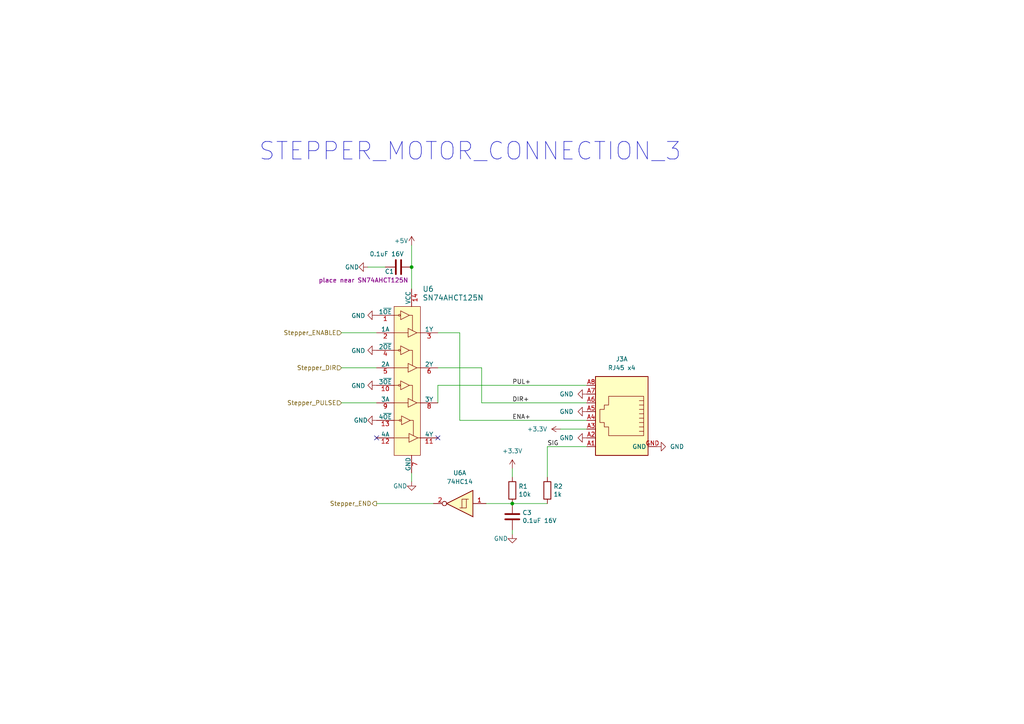
<source format=kicad_sch>
(kicad_sch (version 20230121) (generator eeschema)
  (paper "A4")
  (lib_symbols
    (symbol "74xx:74HC14" (pin_names (offset 1.016))
      (property "Reference" "U" (at 0 1.27 0))
      (property "Value" "74HC14" (at 0 -1.27 0))
      (symbol "74HC14_1_0"
        (polyline (pts (xy -3.81 3.81) (xy -3.81 -3.81) (xy 3.81 0) (xy -3.81 3.81)) (stroke (width 0.254)) (fill (type background)))
        (pin input line (at -7.62 0 0) (length 3.81) (name "~") (number "1"))
        (pin output inverted (at 7.62 0 180) (length 3.81) (name "~") (number "2"))
      )
      (symbol "74HC14_1_1"
        (polyline (pts (xy -1.905 -1.27) (xy -1.905 1.27) (xy -0.635 1.27)))
        (polyline (pts (xy -2.54 -1.27) (xy -0.635 -1.27) (xy -0.635 1.27) (xy 0 1.27)))
      )
      (symbol "74HC14_2_0"
        (polyline (pts (xy -3.81 3.81) (xy -3.81 -3.81) (xy 3.81 0) (xy -3.81 3.81)) (stroke (width 0.254)) (fill (type background)))
        (pin input line (at -7.62 0 0) (length 3.81) (name "~") (number "3"))
        (pin output inverted (at 7.62 0 180) (length 3.81) (name "~") (number "4"))
      )
      (symbol "74HC14_2_1"
        (polyline (pts (xy -1.905 -1.27) (xy -1.905 1.27) (xy -0.635 1.27)))
        (polyline (pts (xy -2.54 -1.27) (xy -0.635 -1.27) (xy -0.635 1.27) (xy 0 1.27)))
      )
      (symbol "74HC14_3_0"
        (polyline (pts (xy -3.81 3.81) (xy -3.81 -3.81) (xy 3.81 0) (xy -3.81 3.81)) (stroke (width 0.254)) (fill (type background)))
        (pin input line (at -7.62 0 0) (length 3.81) (name "~") (number "5"))
        (pin output inverted (at 7.62 0 180) (length 3.81) (name "~") (number "6"))
      )
      (symbol "74HC14_3_1"
        (polyline (pts (xy -1.905 -1.27) (xy -1.905 1.27) (xy -0.635 1.27)))
        (polyline (pts (xy -2.54 -1.27) (xy -0.635 -1.27) (xy -0.635 1.27) (xy 0 1.27)))
      )
      (symbol "74HC14_4_0"
        (polyline (pts (xy -3.81 3.81) (xy -3.81 -3.81) (xy 3.81 0) (xy -3.81 3.81)) (stroke (width 0.254)) (fill (type background)))
        (pin output inverted (at 7.62 0 180) (length 3.81) (name "~") (number "8"))
        (pin input line (at -7.62 0 0) (length 3.81) (name "~") (number "9"))
      )
      (symbol "74HC14_4_1"
        (polyline (pts (xy -1.905 -1.27) (xy -1.905 1.27) (xy -0.635 1.27)))
        (polyline (pts (xy -2.54 -1.27) (xy -0.635 -1.27) (xy -0.635 1.27) (xy 0 1.27)))
      )
      (symbol "74HC14_5_0"
        (polyline (pts (xy -3.81 3.81) (xy -3.81 -3.81) (xy 3.81 0) (xy -3.81 3.81)) (stroke (width 0.254)) (fill (type background)))
        (pin output inverted (at 7.62 0 180) (length 3.81) (name "~") (number "10"))
        (pin input line (at -7.62 0 0) (length 3.81) (name "~") (number "11"))
      )
      (symbol "74HC14_5_1"
        (polyline (pts (xy -1.905 -1.27) (xy -1.905 1.27) (xy -0.635 1.27)))
        (polyline (pts (xy -2.54 -1.27) (xy -0.635 -1.27) (xy -0.635 1.27) (xy 0 1.27)))
      )
      (symbol "74HC14_6_0"
        (polyline (pts (xy -3.81 3.81) (xy -3.81 -3.81) (xy 3.81 0) (xy -3.81 3.81)) (stroke (width 0.254)) (fill (type background)))
        (pin output inverted (at 7.62 0 180) (length 3.81) (name "~") (number "12"))
        (pin input line (at -7.62 0 0) (length 3.81) (name "~") (number "13"))
      )
      (symbol "74HC14_6_1"
        (polyline (pts (xy -1.905 -1.27) (xy -1.905 1.27) (xy -0.635 1.27)))
        (polyline (pts (xy -2.54 -1.27) (xy -0.635 -1.27) (xy -0.635 1.27) (xy 0 1.27)))
      )
      (symbol "74HC14_7_0"
        (pin power_in line (at 0 12.7 270) (length 5.08) (name "VCC") (number "14"))
        (pin power_in line (at 0 -12.7 90) (length 5.08) (name "GND") (number "7"))
      )
      (symbol "74HC14_7_1"
        (rectangle (start -5.08 7.62) (end 5.08 -7.62) (stroke (width 0.254)) (fill (type background)))
      )
    )
    (symbol "Device:C" (pin_numbers hide) (pin_names (offset 0.254))
      (property "Reference" "C" (at 0.635 2.54 0))
      (property "Value" "C" (at 0.635 -2.54 0))
      (symbol "C_0_1"
        (polyline (pts (xy -2.032 -0.762) (xy 2.032 -0.762)) (stroke (width 0.508)))
        (polyline (pts (xy -2.032 0.762) (xy 2.032 0.762)) (stroke (width 0.508)))
      )
      (symbol "C_1_1"
        (pin passive line (at 0 3.81 270) (length 2.794) (name "~") (number "1"))
        (pin passive line (at 0 -3.81 90) (length 2.794) (name "~") (number "2"))
      )
    )
    (symbol "Device:R" (pin_numbers hide) (pin_names (offset 0))
      (property "Reference" "R" (at 2.032 0 90))
      (property "Value" "R" (at 0 0 90))
      (symbol "R_0_1"
        (rectangle (start -1.016 -2.54) (end 1.016 2.54) (stroke (width 0.254)))
      )
      (symbol "R_1_1"
        (pin passive line (at 0 3.81 270) (length 1.27) (name "~") (number "1"))
        (pin passive line (at 0 -3.81 90) (length 1.27) (name "~") (number "2"))
      )
    )
    (symbol "clockdiv:RJ45_x4"
      (property "Reference" "J1" (at -16.51 1.27 0))
      (property "Value" "RJ45 x4" (at -16.51 -1.27 0))
      (symbol "RJ45_x4_0_1"
        (polyline (pts (xy -12.7 3.175) (xy -13.97 3.175)))
        (polyline (pts (xy -12.7 4.445) (xy -13.97 4.445)))
        (polyline (pts (xy -13.97 -4.445) (xy -12.7 -4.445) (xy -12.7 -4.445)))
        (polyline (pts (xy -13.97 -3.175) (xy -12.7 -3.175) (xy -12.7 -3.175)))
        (polyline (pts (xy -13.97 -1.905) (xy -12.7 -1.905) (xy -12.7 -1.905)))
        (polyline (pts (xy -13.97 -0.635) (xy -12.7 -0.635) (xy -12.7 -0.635)))
        (polyline (pts (xy -13.97 0.635) (xy -12.7 0.635) (xy -12.7 0.635)))
        (polyline (pts (xy -12.7 1.905) (xy -13.97 1.905) (xy -13.97 1.905)))
        (polyline (pts (xy -13.97 -5.715) (xy -13.97 5.715) (xy -3.81 5.715) (xy -3.81 3.175) (xy -2.54 3.175) (xy -2.54 1.905) (xy -1.27 1.905) (xy -1.27 -1.905) (xy -2.54 -1.905) (xy -2.54 -3.175) (xy -3.81 -3.175) (xy -3.81 -5.715) (xy -13.97 -5.715) (xy -13.97 -5.715)))
        (rectangle (start 0 11.43) (end -15.24 -11.43) (stroke (width 0.254)) (fill (type background)))
      )
      (symbol "RJ45_x4_1_1"
        (pin passive line (at 2.54 -8.89 180) (length 2.54) (name "~") (number "A1"))
        (pin passive line (at 2.54 -6.35 180) (length 2.54) (name "~") (number "A2"))
        (pin passive line (at 2.54 -3.81 180) (length 2.54) (name "~") (number "A3"))
        (pin passive line (at 2.54 -1.27 180) (length 2.54) (name "~") (number "A4"))
        (pin passive line (at 2.54 1.27 180) (length 2.54) (name "~") (number "A5"))
        (pin passive line (at 2.54 3.81 180) (length 2.54) (name "~") (number "A6"))
        (pin passive line (at 2.54 6.35 180) (length 2.54) (name "~") (number "A7"))
        (pin passive line (at 2.54 8.89 180) (length 2.54) (name "~") (number "A8"))
        (pin input line (at -17.78 -8.89 0) (length 2.54) (name "GND") (number "GND"))
      )
      (symbol "RJ45_x4_2_1"
        (pin passive line (at 2.54 -8.89 180) (length 2.54) (name "~") (number "B1"))
        (pin passive line (at 2.54 -6.35 180) (length 2.54) (name "~") (number "B2"))
        (pin passive line (at 2.54 -3.81 180) (length 2.54) (name "~") (number "B3"))
        (pin passive line (at 2.54 -1.27 180) (length 2.54) (name "~") (number "B4"))
        (pin passive line (at 2.54 1.27 180) (length 2.54) (name "~") (number "B5"))
        (pin passive line (at 2.54 3.81 180) (length 2.54) (name "~") (number "B6"))
        (pin passive line (at 2.54 6.35 180) (length 2.54) (name "~") (number "B7"))
        (pin passive line (at 2.54 8.89 180) (length 2.54) (name "~") (number "B8"))
      )
      (symbol "RJ45_x4_3_1"
        (pin passive line (at 2.54 -8.89 180) (length 2.54) (name "~") (number "C1"))
        (pin passive line (at 2.54 -6.35 180) (length 2.54) (name "~") (number "C2"))
        (pin passive line (at 2.54 -3.81 180) (length 2.54) (name "~") (number "C3"))
        (pin passive line (at 2.54 -1.27 180) (length 2.54) (name "~") (number "C4"))
        (pin passive line (at 2.54 1.27 180) (length 2.54) (name "~") (number "C5"))
        (pin passive line (at 2.54 3.81 180) (length 2.54) (name "~") (number "C6"))
        (pin passive line (at 2.54 6.35 180) (length 2.54) (name "~") (number "C7"))
        (pin passive line (at 2.54 8.89 180) (length 2.54) (name "~") (number "C8"))
      )
      (symbol "RJ45_x4_4_1"
        (pin passive line (at 2.54 -8.89 180) (length 2.54) (name "~") (number "D1"))
        (pin passive line (at 2.54 -6.35 180) (length 2.54) (name "~") (number "D2"))
        (pin passive line (at 2.54 -3.81 180) (length 2.54) (name "~") (number "D3"))
        (pin passive line (at 2.54 -1.27 180) (length 2.54) (name "~") (number "D4"))
        (pin passive line (at 2.54 1.27 180) (length 2.54) (name "~") (number "D5"))
        (pin passive line (at 2.54 3.81 180) (length 2.54) (name "~") (number "D6"))
        (pin passive line (at 2.54 6.35 180) (length 2.54) (name "~") (number "D7"))
        (pin passive line (at 2.54 8.89 180) (length 2.54) (name "~") (number "D8"))
      )
    )
    (symbol "dk_Logic-Buffers-Drivers-Receivers-Transceivers:SN74AHCT125N" (pin_names (offset 0))
      (property "Reference" "U" (at -2.54 13.97 0))
      (property "Value" "SN74AHCT125N" (at 1.905 -31.75 0))
      (symbol "SN74AHCT125N_0_1"
        (rectangle (start -5.08 12.7) (end 2.54 -30.48) (fill (type background)))
        (circle (center -3.556 -10.16) (radius 0.254))
        (circle (center -3.556 0) (radius 0.254))
        (circle (center -3.556 10.16) (radius 0.254))
        (circle (center -3.302 -20.32) (radius 0.254))
        (polyline (pts (xy -3.81 -10.16) (xy -5.207 -10.16)))
        (polyline (pts (xy -3.81 0) (xy -5.207 0)))
        (polyline (pts (xy -3.81 10.16) (xy -5.207 10.16)))
        (polyline (pts (xy -3.556 -20.32) (xy -4.953 -20.32)))
        (polyline (pts (xy -1.016 -15.24) (xy -5.08 -15.24)))
        (polyline (pts (xy -1.016 -5.08) (xy -5.08 -5.08)))
        (polyline (pts (xy -1.016 5.08) (xy -5.08 5.08)))
        (polyline (pts (xy -0.762 -25.4) (xy -4.826 -25.4)))
        (polyline (pts (xy 1.397 -15.24) (xy 2.413 -15.24)))
        (polyline (pts (xy 1.397 -5.08) (xy 2.413 -5.08)))
        (polyline (pts (xy 1.397 5.08) (xy 2.413 5.08)))
        (polyline (pts (xy 1.651 -25.4) (xy 2.667 -25.4)))
        (polyline (pts (xy 0.254 -14.605) (xy 0.254 -10.16) (xy -0.635 -10.16)))
        (polyline (pts (xy 0.254 -4.445) (xy 0.254 0) (xy -0.635 0)))
        (polyline (pts (xy 0.254 5.715) (xy 0.254 10.16) (xy -0.635 10.16)))
        (polyline (pts (xy 0.508 -24.765) (xy 0.508 -20.32) (xy -0.381 -20.32)))
        (polyline (pts (xy -3.175 -8.89) (xy -3.175 -10.16) (xy -3.175 -11.43) (xy -0.635 -10.16) (xy -3.175 -8.89)))
        (polyline (pts (xy -3.175 1.27) (xy -3.175 0) (xy -3.175 -1.27) (xy -0.635 0) (xy -3.175 1.27)))
        (polyline (pts (xy -3.175 11.43) (xy -3.175 10.16) (xy -3.175 8.89) (xy -0.635 10.16) (xy -3.175 11.43)))
        (polyline (pts (xy -2.921 -19.05) (xy -2.921 -20.32) (xy -2.921 -21.59) (xy -0.381 -20.32) (xy -2.921 -19.05)))
        (polyline (pts (xy -1.016 -13.97) (xy -1.016 -15.24) (xy -1.016 -16.51) (xy 1.524 -15.24) (xy -1.016 -13.97)))
        (polyline (pts (xy -1.016 -3.81) (xy -1.016 -5.08) (xy -1.016 -6.35) (xy 1.524 -5.08) (xy -1.016 -3.81)))
        (polyline (pts (xy -1.016 6.35) (xy -1.016 5.08) (xy -1.016 3.81) (xy 1.524 5.08) (xy -1.016 6.35)))
        (polyline (pts (xy -0.762 -24.13) (xy -0.762 -25.4) (xy -0.762 -26.67) (xy 1.778 -25.4) (xy -0.762 -24.13)))
      )
      (symbol "SN74AHCT125N_1_1"
        (pin input line (at -10.16 10.16 0) (length 5.08) (name "1~{OE}") (number "1"))
        (pin input line (at -10.16 -10.16 0) (length 5.08) (name "3~{OE}") (number "10"))
        (pin output line (at 7.62 -25.4 180) (length 5.08) (name "4Y") (number "11"))
        (pin input line (at -10.16 -25.4 0) (length 5.08) (name "4A") (number "12"))
        (pin input line (at -10.16 -20.32 0) (length 5.08) (name "4~{OE}") (number "13"))
        (pin power_in line (at 0 17.78 270) (length 5.08) (name "VCC") (number "14"))
        (pin input line (at -10.16 5.08 0) (length 5.08) (name "1A") (number "2"))
        (pin output line (at 7.62 5.08 180) (length 5.08) (name "1Y") (number "3"))
        (pin input line (at -10.16 0 0) (length 5.08) (name "2~{OE}") (number "4"))
        (pin input line (at -10.16 -5.08 0) (length 5.08) (name "2A") (number "5"))
        (pin output line (at 7.62 -5.08 180) (length 5.08) (name "2Y") (number "6"))
        (pin power_in line (at 0 -35.56 90) (length 5.08) (name "GND") (number "7"))
        (pin output line (at 7.62 -15.24 180) (length 5.08) (name "3Y") (number "8"))
        (pin input line (at -10.16 -15.24 0) (length 5.08) (name "3A") (number "9"))
      )
    )
    (symbol "power:+3.3V" (power) (pin_names (offset 0))
      (property "Value" "+3.3V" (at 0 3.556 0))
      (symbol "+3.3V_0_1"
        (polyline (pts (xy -0.762 1.27) (xy 0 2.54)))
        (polyline (pts (xy 0 0) (xy 0 2.54)))
        (polyline (pts (xy 0 2.54) (xy 0.762 1.27)))
      )
      (symbol "+3.3V_1_1"
        (pin power_in line (at 0 0 90) (length 0) hide (name "+3.3V") (number "1"))
      )
    )
    (symbol "power:+5V" (power) (pin_names (offset 0))
      (property "Value" "+5V" (at 0 3.556 0))
      (symbol "+5V_0_1"
        (polyline (pts (xy -0.762 1.27) (xy 0 2.54)))
        (polyline (pts (xy 0 0) (xy 0 2.54)))
        (polyline (pts (xy 0 2.54) (xy 0.762 1.27)))
      )
      (symbol "+5V_1_1"
        (pin power_in line (at 0 0 90) (length 0) hide (name "+5V") (number "1"))
      )
    )
    (symbol "power:GND" (power) (pin_names (offset 0))
      (property "Value" "GND" (at 0 -3.81 0))
      (symbol "GND_0_1"
        (polyline (pts (xy 0 0) (xy 0 -1.27) (xy 1.27 -1.27) (xy 0 -2.54) (xy -1.27 -1.27) (xy 0 -1.27)))
      )
      (symbol "GND_1_1"
        (pin power_in line (at 0 0 270) (length 0) hide (name "GND") (number "1"))
      )
    )
  )
  (junction (at 148.59 146.05))
  (junction (at 119.38 77.47))
  (no_connect (at 127 127))
  (no_connect (at 109.22 127))
  (wire (pts (xy 139.7 106.68) (xy 139.7 116.84)))
  (wire (pts (xy 99.06 116.84) (xy 109.22 116.84)))
  (wire (pts (xy 148.59 146.05) (xy 158.75 146.05)))
  (wire (pts (xy 133.35 96.52) (xy 127 96.52)))
  (wire (pts (xy 119.38 71.12) (xy 119.38 77.47)))
  (wire (pts (xy 148.59 138.43) (xy 148.59 135.89)))
  (wire (pts (xy 125.73 146.05) (xy 109.22 146.05)))
  (wire (pts (xy 158.75 129.54) (xy 170.18 129.54)))
  (wire (pts (xy 99.06 106.68) (xy 109.22 106.68)))
  (wire (pts (xy 158.75 129.54) (xy 158.75 138.43)))
  (wire (pts (xy 106.68 77.47) (xy 111.76 77.47)))
  (wire (pts (xy 99.06 96.52) (xy 109.22 96.52)))
  (wire (pts (xy 140.97 146.05) (xy 148.59 146.05)))
  (wire (pts (xy 162.56 124.46) (xy 170.18 124.46)))
  (wire (pts (xy 119.38 137.16) (xy 119.38 139.7)))
  (wire (pts (xy 133.35 121.92) (xy 133.35 96.52)))
  (wire (pts (xy 139.7 116.84) (xy 170.18 116.84)))
  (wire (pts (xy 127 111.76) (xy 170.18 111.76)))
  (wire (pts (xy 127 111.76) (xy 127 116.84)))
  (wire (pts (xy 127 106.68) (xy 139.7 106.68)))
  (wire (pts (xy 148.59 154.94) (xy 148.59 153.67)))
  (wire (pts (xy 119.38 77.47) (xy 119.38 83.82)))
  (wire (pts (xy 133.35 121.92) (xy 170.18 121.92)))
  (text "STEPPER_MOTOR_CONNECTION_3" (at 74.93 46.99 0) (effects (font (size 5.08 5.08)) (justify left bottom)))
  (label "SIG" (at 158.75 129.54 0))
  (label "ENA+" (at 148.59 121.92 0))
  (label "DIR+" (at 148.59 116.84 0))
  (label "PUL+" (at 148.59 111.76 0))
  (hierarchical_label "Stepper_END" (shape output) (at 109.22 146.05 180))
  (hierarchical_label "Stepper_DIR" (shape input) (at 99.06 106.68 180))
  (hierarchical_label "Stepper_ENABLE" (shape input) (at 99.06 96.52 180))
  (hierarchical_label "Stepper_PULSE" (shape input) (at 99.06 116.84 180))
  (symbol (lib_id "power:GND") (at 106.68 77.47 270) (unit 1)
    (property "Reference" "#PWR01" (effects hide))
    (property "Value" "GND" (at 104.14 77.47 90) (effects (justify right)))
    (instances (project "mollusc_motion_board" (path "" (reference "#PWR01") (unit 1)) (path "" (reference "#PWR01") (unit 1)) (path "" (reference "#PWR09") (unit 1))) (project "MechanicalTheatre" (path "" (reference "#PWR049") (unit 1))))
  )
  (symbol (lib_id "power:GND") (at 190.5 129.54 90) (unit 1)
    (property "Reference" "#PWR013" (effects hide))
    (property "Value" "GND" (at 194.31 129.54 90) (effects (justify right)))
    (instances (project "mollusc_motion_board" (path "" (reference "#PWR013") (unit 1)) (path "" (reference "#PWR013") (unit 1)) (path "" (reference "#PWR013") (unit 1))) (project "MechanicalTheatre" (path "" (reference "#PWR0153") (unit 1))))
  )
  (symbol (lib_id "Device:C") (at 115.57 77.47 90) (unit 1)
    (property "Reference" "C1" (at 114.3 78.74 90) (effects (justify left)))
    (property "Value" "0.1uF 16V " (at 118.11 73.66 90) (effects (justify left)))
    (property "Footprint" "HangOn_Mainboard:R0603" (effects hide))
    (property "Comment" "place near SN74AHCT125N" (at 105.41 81.28 90))
    (property "JLCPCB Part #" "C14663" (effects hide))
    (instances (project "mollusc_motion_board" (path "" (reference "C1") (unit 1)) (path "" (reference "C2") (unit 1)) (path "" (reference "C5") (unit 1))) (project "MechanicalTheatre" (path "" (reference "C?") (unit 1)) (path "" (reference "C25") (unit 1))))
  )
  (symbol (lib_id "Device:R") (at 148.59 142.24 180) (unit 1)
    (property "Reference" "R1" (at 150.368 141.0716 0) (effects (justify right)))
    (property "Value" "10k" (at 150.368 143.383 0) (effects (justify right)))
    (property "Footprint" "HangOn_Mainboard:R0603" (effects hide))
    (property "JLCPCB Part #" "C25804" (effects hide))
    (instances (project "mollusc_motion_board" (path "" (reference "R1") (unit 1)) (path "" (reference "R1") (unit 1)) (path "" (reference "R6") (unit 1))) (project "MechanicalTheatre" (path "" (reference "R16") (unit 1))))
  )
  (symbol (lib_id "power:+3.3V") (at 148.59 135.89 0) (unit 1)
    (property "Reference" "#PWR040" (effects hide))
    (property "Value" "+3.3V" (at 148.59 130.81 0))
    (instances (project "mollusc_motion_board" (path "" (reference "#PWR040") (unit 1)) (path "" (reference "#PWR034") (unit 1))))
  )
  (symbol (lib_id "power:GND") (at 109.22 101.6 270) (unit 1)
    (property "Reference" "#PWR03" (effects hide))
    (property "Value" "GND" (at 105.9688 101.727 90) (effects (justify right)))
    (instances (project "mollusc_motion_board" (path "" (reference "#PWR03") (unit 1)) (path "" (reference "#PWR014") (unit 1)) (path "" (reference "#PWR015") (unit 1))) (project "MechanicalTheatre" (path "" (reference "#PWR059") (unit 1))))
  )
  (symbol (lib_id "power:GND") (at 109.22 121.92 270) (unit 1)
    (property "Reference" "#PWR04" (effects hide))
    (property "Value" "GND" (at 106.68 121.92 90) (effects (justify right)))
    (instances (project "mollusc_motion_board" (path "" (reference "#PWR04") (unit 1)) (path "" (reference "#PWR041") (unit 1)) (path "" (reference "#PWR018") (unit 1))) (project "MechanicalTheatre" (path "" (reference "#PWR060") (unit 1))))
  )
  (symbol (lib_id "Device:C") (at 148.59 149.86 0) (unit 1)
    (property "Reference" "C3" (at 151.511 148.6916 0) (effects (justify left)))
    (property "Value" "0.1uF 16V" (at 151.511 151.003 0) (effects (justify left)))
    (property "Footprint" "HangOn_Mainboard:R0603" (effects hide))
    (property "JLCPCB Part #" "C14663" (effects hide))
    (instances (project "mollusc_motion_board" (path "" (reference "C3") (unit 1)) (path "" (reference "C3") (unit 1)) (path "" (reference "C8") (unit 1))) (project "MechanicalTheatre" (path "" (reference "C6") (unit 1))))
  )
  (symbol (lib_id "clockdiv:RJ45_x4") (at 172.72 120.65 0) (mirror y) (unit 1)
    (property "Reference" "J3" (at 180.34 104.14 0))
    (property "Value" "RJ45 x4" (at 180.34 106.68 0))
    (property "Footprint" "clockdiv:RJ45_x4" (effects hide))
    (property "Datasheet" "https://abracon.com/Magnetics/lan/ARJ14A.pdf" (effects hide))
    (instances (project "mollusc_motion_board" (path "" (reference "J3") (unit 1)) (path "" (reference "J4") (unit 1))))
  )
  (symbol (lib_id "power:GND") (at 170.18 119.38 270) (mirror x) (unit 1)
    (property "Reference" "#PWR013" (effects hide))
    (property "Value" "GND" (at 166.37 119.38 90) (effects (justify right)))
    (instances (project "mollusc_motion_board" (path "" (reference "#PWR013") (unit 1)) (path "" (reference "#PWR012") (unit 1)) (path "" (reference "#PWR045") (unit 1))) (project "MechanicalTheatre" (path "" (reference "#PWR0153") (unit 1))))
  )
  (symbol (lib_id "power:+5V") (at 119.38 71.12 0) (unit 1)
    (property "Reference" "#PWR05" (effects hide))
    (property "Value" "+5V" (at 114.3 69.85 0) (effects (justify left)))
    (instances (project "mollusc_motion_board" (path "" (reference "#PWR05") (unit 1)) (path "" (reference "#PWR05") (unit 1)) (path "" (reference "#PWR019") (unit 1))) (project "MechanicalTheatre" (path "" (reference "#PWR?") (unit 1)) (path "" (reference "#PWR052") (unit 1))))
  )
  (symbol (lib_id "power:GND") (at 170.18 114.3 270) (mirror x) (unit 1)
    (property "Reference" "#PWR013" (effects hide))
    (property "Value" "GND" (at 166.37 114.3 90) (effects (justify right)))
    (instances (project "mollusc_motion_board" (path "" (reference "#PWR013") (unit 1)) (path "" (reference "#PWR012") (unit 1)) (path "" (reference "#PWR044") (unit 1))) (project "MechanicalTheatre" (path "" (reference "#PWR0153") (unit 1))))
  )
  (symbol (lib_id "dk_Logic-Buffers-Drivers-Receivers-Transceivers:SN74AHCT125N") (at 119.38 101.6 0) (unit 1)
    (property "Reference" "U6" (at 122.5297 83.82 0) (effects (font (size 1.524 1.524)) (justify left)))
    (property "Value" "SN74AHCT125N" (at 122.5297 86.36 0) (effects (font (size 1.524 1.524)) (justify left)))
    (property "Footprint" "HangOn_Mainboard:SOIC-14_L8.7-W3.9-P1.27-LS6.0-BL" (effects hide))
    (property "Datasheet" "http://www.ti.com/general/docs/suppproductinfo.tsp?distId=10&gotoUrl=http%3A%2F%2Fwww.ti.com%2Flit%2Fgpn%2Fsn74ahct125" (effects hide))
    (property "Digi-Key_PN" "296-4655-5-ND" (effects hide))
    (property "MPN" "SN74AHCT125N" (effects hide))
    (property "Category" "Integrated Circuits (ICs)" (effects hide))
    (property "Family" "Logic - Buffers, Drivers, Receivers, Transceivers" (effects hide))
    (property "DK_Datasheet_Link" "http://www.ti.com/general/docs/suppproductinfo.tsp?distId=10&gotoUrl=http%3A%2F%2Fwww.ti.com%2Flit%2Fgpn%2Fsn74ahct125" (effects hide))
    (property "DK_Detail_Page" "/product-detail/en/texas-instruments/SN74AHCT125N/296-4655-5-ND/375798" (effects hide))
    (property "Description" "IC BUF NON-INVERT 5.5V 14DIP" (effects hide))
    (property "Manufacturer" "Texas Instruments" (effects hide))
    (property "Status" "Active" (effects hide))
    (property "JLCPCB Part #" "C155176" (effects hide))
    (instances (project "mollusc_motion_board" (path "" (reference "U6") (unit 1)) (path "" (reference "U3") (unit 1))))
  )
  (symbol (lib_id "power:GND") (at 119.38 139.7 0) (unit 1)
    (property "Reference" "#PWR06" (effects hide))
    (property "Value" "GND" (at 118.11 140.97 0) (effects (justify right)))
    (instances (project "mollusc_motion_board" (path "" (reference "#PWR06") (unit 1)) (path "" (reference "#PWR06") (unit 1)) (path "" (reference "#PWR042") (unit 1))) (project "MechanicalTheatre" (path "" (reference "#PWR062") (unit 1))))
  )
  (symbol (lib_id "power:GND") (at 109.22 111.76 270) (unit 1)
    (property "Reference" "#PWR03" (effects hide))
    (property "Value" "GND" (at 105.9688 111.887 90) (effects (justify right)))
    (instances (project "mollusc_motion_board" (path "" (reference "#PWR03") (unit 1)) (path "" (reference "#PWR03") (unit 1)) (path "" (reference "#PWR016") (unit 1))) (project "MechanicalTheatre" (path "" (reference "#PWR059") (unit 1))))
  )
  (symbol (lib_id "power:GND") (at 148.59 154.94 0) (unit 1)
    (property "Reference" "#PWR07" (effects hide))
    (property "Value" "GND" (at 147.32 156.21 0) (effects (justify right)))
    (instances (project "mollusc_motion_board" (path "" (reference "#PWR07") (unit 1)) (path "" (reference "#PWR07") (unit 1)) (path "" (reference "#PWR032") (unit 1))) (project "MechanicalTheatre" (path "" (reference "#PWR063") (unit 1))))
  )
  (symbol (lib_id "74xx:74HC14") (at 133.35 146.05 180) (unit 1)
    (property "Reference" "U6" (at 133.35 137.16 0))
    (property "Value" "74HC14" (at 133.35 139.7 0))
    (property "Footprint" "HangOn_Mainboard:SOIC-14_L8.7-W3.9-P1.27-LS6.0-BL" (effects hide))
    (property "Datasheet" "http://www.ti.com/lit/gpn/sn74HC14" (effects hide))
    (property "JLCPCB Part #" "C6820" (effects hide))
    (instances (project "mollusc_motion_board" (path "" (reference "U6") (unit 1)) (path "" (reference "U4") (unit 1))))
  )
  (symbol (lib_id "power:+3.3V") (at 162.56 124.46 90) (unit 1)
    (property "Reference" "#PWR040" (effects hide))
    (property "Value" "+3.3V" (at 158.75 124.46 90) (effects (justify left)))
    (instances (project "mollusc_motion_board" (path "" (reference "#PWR040") (unit 1)) (path "" (reference "#PWR033") (unit 1))))
  )
  (symbol (lib_id "power:GND") (at 109.22 91.44 270) (unit 1)
    (property "Reference" "#PWR02" (effects hide))
    (property "Value" "GND" (at 105.9688 91.567 90) (effects (justify right)))
    (instances (project "mollusc_motion_board" (path "" (reference "#PWR02") (unit 1)) (path "" (reference "#PWR02") (unit 1)) (path "" (reference "#PWR011") (unit 1))) (project "MechanicalTheatre" (path "" (reference "#PWR058") (unit 1))))
  )
  (symbol (lib_id "power:GND") (at 170.18 127 270) (mirror x) (unit 1)
    (property "Reference" "#PWR013" (effects hide))
    (property "Value" "GND" (at 166.37 127 90) (effects (justify right)))
    (instances (project "mollusc_motion_board" (path "" (reference "#PWR013") (unit 1)) (path "" (reference "#PWR012") (unit 1)) (path "" (reference "#PWR035") (unit 1))) (project "MechanicalTheatre" (path "" (reference "#PWR0153") (unit 1))))
  )
  (symbol (lib_id "Device:R") (at 158.75 142.24 0) (unit 1)
    (property "Reference" "R2" (at 160.528 141.0716 0) (effects (justify left)))
    (property "Value" "1k" (at 160.528 143.383 0) (effects (justify left)))
    (property "Footprint" "HangOn_Mainboard:R0603" (effects hide))
    (property "JLCPCB Part #" "C21190" (effects hide))
    (instances (project "mollusc_motion_board" (path "" (reference "R2") (unit 1)) (path "" (reference "R2") (unit 1)) (path "" (reference "R7") (unit 1))) (project "MechanicalTheatre" (path "" (reference "R17") (unit 1))))
  )
)
</source>
